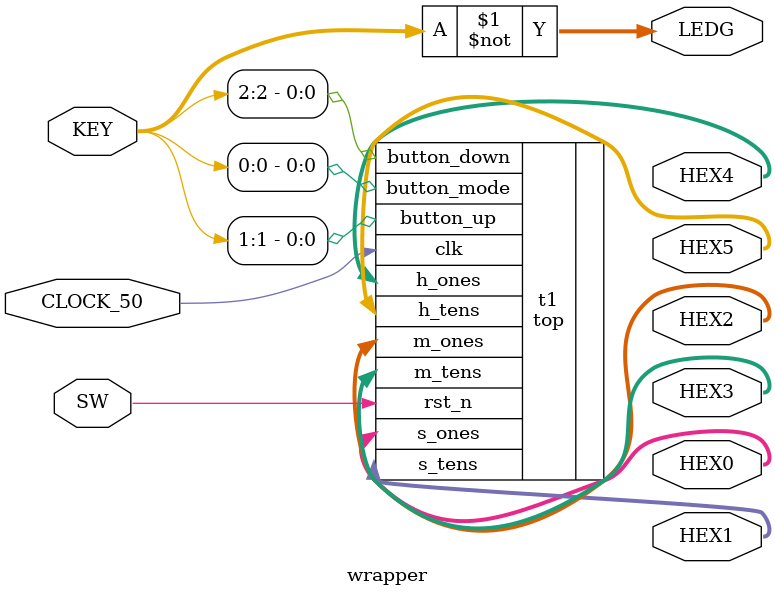
<source format=sv>
module wrapper (
    input logic CLOCK_50,
    input logic [0:0] SW,
    input logic [2:0] KEY,
	 output logic [2:0] LEDG,
    output logic [6:0] HEX0,
    output logic [6:0] HEX1,
    output logic [6:0] HEX2,
    output logic [6:0] HEX3,
    output logic [6:0] HEX4,
    output logic [6:0] HEX5
);
//--------------------------
top t1 (
    .clk(CLOCK_50),
    .rst_n(SW[0]),
    .button_mode(KEY[0]),
    .button_up(KEY[1]),
    .button_down(KEY[2]),
    .s_ones(HEX0),
    .s_tens(HEX1),
    .m_ones(HEX2),
    .m_tens(HEX3),
    .h_ones(HEX4),
    .h_tens(HEX5)
);
assign LEDG = ~KEY;
endmodule 
</source>
